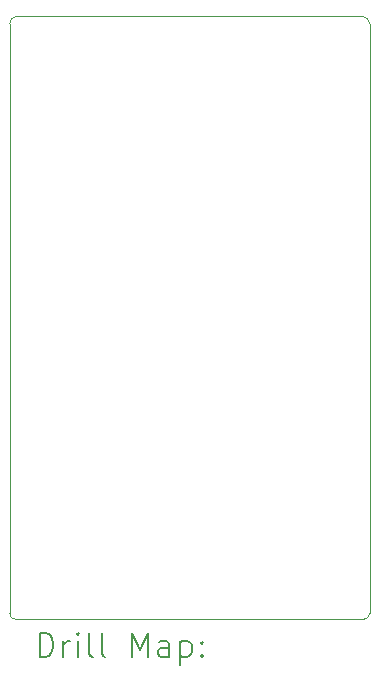
<source format=gbr>
%TF.GenerationSoftware,KiCad,Pcbnew,7.0.9-7.0.9~ubuntu20.04.1*%
%TF.CreationDate,2024-01-18T00:40:23+01:00*%
%TF.ProjectId,kicad-pmod_bldc,6b696361-642d-4706-9d6f-645f626c6463,1.0*%
%TF.SameCoordinates,Original*%
%TF.FileFunction,Drillmap*%
%TF.FilePolarity,Positive*%
%FSLAX45Y45*%
G04 Gerber Fmt 4.5, Leading zero omitted, Abs format (unit mm)*
G04 Created by KiCad (PCBNEW 7.0.9-7.0.9~ubuntu20.04.1) date 2024-01-18 00:40:23*
%MOMM*%
%LPD*%
G01*
G04 APERTURE LIST*
%ADD10C,0.100000*%
%ADD11C,0.200000*%
G04 APERTURE END LIST*
D10*
X12903200Y-10160000D02*
G75*
G03*
X12954000Y-10109200I0J50800D01*
G01*
X9906000Y-10109200D02*
G75*
G03*
X9956800Y-10160000I50800J0D01*
G01*
X9969500Y-5054600D02*
G75*
G03*
X9906000Y-5118100I0J-63500D01*
G01*
X12954000Y-5118100D02*
G75*
G03*
X12890500Y-5054600I-63500J0D01*
G01*
X12954000Y-10109200D02*
X12954000Y-5118100D01*
X12890500Y-5054600D02*
X9969500Y-5054600D01*
X9956800Y-10160000D02*
X12903200Y-10160000D01*
X9906000Y-5118100D02*
X9906000Y-10109200D01*
D11*
X10161777Y-10476484D02*
X10161777Y-10276484D01*
X10161777Y-10276484D02*
X10209396Y-10276484D01*
X10209396Y-10276484D02*
X10237967Y-10286008D01*
X10237967Y-10286008D02*
X10257015Y-10305055D01*
X10257015Y-10305055D02*
X10266539Y-10324103D01*
X10266539Y-10324103D02*
X10276063Y-10362198D01*
X10276063Y-10362198D02*
X10276063Y-10390770D01*
X10276063Y-10390770D02*
X10266539Y-10428865D01*
X10266539Y-10428865D02*
X10257015Y-10447912D01*
X10257015Y-10447912D02*
X10237967Y-10466960D01*
X10237967Y-10466960D02*
X10209396Y-10476484D01*
X10209396Y-10476484D02*
X10161777Y-10476484D01*
X10361777Y-10476484D02*
X10361777Y-10343150D01*
X10361777Y-10381246D02*
X10371301Y-10362198D01*
X10371301Y-10362198D02*
X10380824Y-10352674D01*
X10380824Y-10352674D02*
X10399872Y-10343150D01*
X10399872Y-10343150D02*
X10418920Y-10343150D01*
X10485586Y-10476484D02*
X10485586Y-10343150D01*
X10485586Y-10276484D02*
X10476063Y-10286008D01*
X10476063Y-10286008D02*
X10485586Y-10295531D01*
X10485586Y-10295531D02*
X10495110Y-10286008D01*
X10495110Y-10286008D02*
X10485586Y-10276484D01*
X10485586Y-10276484D02*
X10485586Y-10295531D01*
X10609396Y-10476484D02*
X10590348Y-10466960D01*
X10590348Y-10466960D02*
X10580824Y-10447912D01*
X10580824Y-10447912D02*
X10580824Y-10276484D01*
X10714158Y-10476484D02*
X10695110Y-10466960D01*
X10695110Y-10466960D02*
X10685586Y-10447912D01*
X10685586Y-10447912D02*
X10685586Y-10276484D01*
X10942729Y-10476484D02*
X10942729Y-10276484D01*
X10942729Y-10276484D02*
X11009396Y-10419341D01*
X11009396Y-10419341D02*
X11076063Y-10276484D01*
X11076063Y-10276484D02*
X11076063Y-10476484D01*
X11257015Y-10476484D02*
X11257015Y-10371722D01*
X11257015Y-10371722D02*
X11247491Y-10352674D01*
X11247491Y-10352674D02*
X11228443Y-10343150D01*
X11228443Y-10343150D02*
X11190348Y-10343150D01*
X11190348Y-10343150D02*
X11171301Y-10352674D01*
X11257015Y-10466960D02*
X11237967Y-10476484D01*
X11237967Y-10476484D02*
X11190348Y-10476484D01*
X11190348Y-10476484D02*
X11171301Y-10466960D01*
X11171301Y-10466960D02*
X11161777Y-10447912D01*
X11161777Y-10447912D02*
X11161777Y-10428865D01*
X11161777Y-10428865D02*
X11171301Y-10409817D01*
X11171301Y-10409817D02*
X11190348Y-10400293D01*
X11190348Y-10400293D02*
X11237967Y-10400293D01*
X11237967Y-10400293D02*
X11257015Y-10390770D01*
X11352253Y-10343150D02*
X11352253Y-10543150D01*
X11352253Y-10352674D02*
X11371301Y-10343150D01*
X11371301Y-10343150D02*
X11409396Y-10343150D01*
X11409396Y-10343150D02*
X11428443Y-10352674D01*
X11428443Y-10352674D02*
X11437967Y-10362198D01*
X11437967Y-10362198D02*
X11447491Y-10381246D01*
X11447491Y-10381246D02*
X11447491Y-10438389D01*
X11447491Y-10438389D02*
X11437967Y-10457436D01*
X11437967Y-10457436D02*
X11428443Y-10466960D01*
X11428443Y-10466960D02*
X11409396Y-10476484D01*
X11409396Y-10476484D02*
X11371301Y-10476484D01*
X11371301Y-10476484D02*
X11352253Y-10466960D01*
X11533205Y-10457436D02*
X11542729Y-10466960D01*
X11542729Y-10466960D02*
X11533205Y-10476484D01*
X11533205Y-10476484D02*
X11523682Y-10466960D01*
X11523682Y-10466960D02*
X11533205Y-10457436D01*
X11533205Y-10457436D02*
X11533205Y-10476484D01*
X11533205Y-10352674D02*
X11542729Y-10362198D01*
X11542729Y-10362198D02*
X11533205Y-10371722D01*
X11533205Y-10371722D02*
X11523682Y-10362198D01*
X11523682Y-10362198D02*
X11533205Y-10352674D01*
X11533205Y-10352674D02*
X11533205Y-10371722D01*
M02*

</source>
